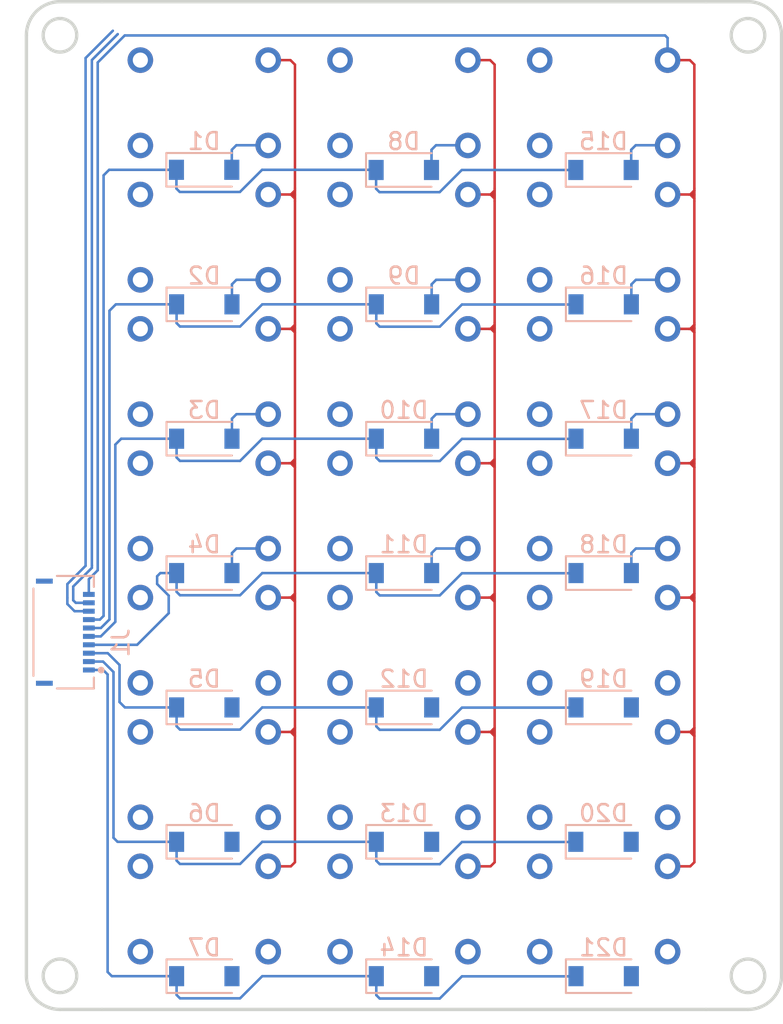
<source format=kicad_pcb>
(kicad_pcb (version 20211014) (generator pcbnew)
  (layers (0 "F.Cu" signal) (31 "B.Cu" signal) (34 "B.Paste" user) (35 "F.Paste" user) (36 "B.SilkS" user "B.Silkscreen") (37 "F.SilkS" user "F.Silkscreen") (38 "B.Mask" user) (39 "F.Mask" user) (44 "Edge.Cuts" user))
  (net 0 "")
  (net 1 "/Row6")
  (net 2 "Net-(D6-Pad2)")
  (net 3 "/Row1")
  (net 4 "Net-(D1-Pad2)")
  (net 5 "/Row2")
  (net 6 "Net-(D2-Pad2)")
  (net 7 "/Row3")
  (net 8 "Net-(D3-Pad2)")
  (net 9 "/Row4")
  (net 10 "Net-(D4-Pad2)")
  (net 11 "/Row5")
  (net 12 "Net-(D5-Pad2)")
  (net 13 "/Row7")
  (net 14 "Net-(D7-Pad2)")
  (net 15 "Net-(D8-Pad2)")
  (net 16 "Net-(D9-Pad2)")
  (net 17 "Net-(D10-Pad2)")
  (net 18 "Net-(D11-Pad2)")
  (net 19 "Net-(D12-Pad2)")
  (net 20 "Net-(D13-Pad2)")
  (net 21 "Net-(D14-Pad2)")
  (net 22 "Net-(D15-Pad2)")
  (net 23 "Net-(D17-Pad2)")
  (net 24 "Net-(D16-Pad2)")
  (net 25 "Net-(D18-Pad2)")
  (net 26 "Net-(D19-Pad2)")
  (net 27 "Net-(D20-Pad2)")
  (net 28 "Net-(D21-Pad2)")
  (net 29 "/Col13")
  (net 30 "/Col15")
  (net 31 "/Col14")
  (net 32 "Net-(J1-PadS1)")
  (footprint "KSA_Switch:KSA1M331LFT" (layer "F.Cu") (at 154.7 88 90)
    (fp_text reference "SW10" hide)
    (fp_text value "SW_SPST")
    (pad "1" thru_hole circle (at -2.54 -3.81 90) (size 1.524 1.524) (drill 0.9) (layers *.Cu *.Mask) (net 17 "Net-(D10-Pad2)"))
    (pad "1" thru_hole circle (at -2.54 3.81 90) (size 1.524 1.524) (drill 0.9) (layers *.Cu *.Mask) (net 17 "Net-(D10-Pad2)"))
    (pad "2" thru_hole circle (at 2.54 3.81 90) (size 1.524 1.524) (drill 0.9) (layers *.Cu *.Mask) (net 31 "/Col14"))
    (pad "2" thru_hole circle (at 2.54 -3.81 90) (size 1.524 1.524) (drill 0.9) (layers *.Cu *.Mask) (net 31 "/Col14"))
  )
  (footprint "KSA_Switch:KSA1M331LFT" (layer "F.Cu") (at 142.8 80 90)
    (fp_text reference "SW2" hide)
    (fp_text value "SW_SPST")
    (pad "1" thru_hole circle (at -2.54 3.81 90) (size 1.524 1.524) (drill 0.9) (layers *.Cu *.Mask) (net 6 "Net-(D2-Pad2)"))
    (pad "1" thru_hole circle (at -2.54 -3.81 90) (size 1.524 1.524) (drill 0.9) (layers *.Cu *.Mask) (net 6 "Net-(D2-Pad2)"))
    (pad "2" thru_hole circle (at 2.54 3.81 90) (size 1.524 1.524) (drill 0.9) (layers *.Cu *.Mask) (net 29 "/Col13"))
    (pad "2" thru_hole circle (at 2.54 -3.81 90) (size 1.524 1.524) (drill 0.9) (layers *.Cu *.Mask) (net 29 "/Col13"))
  )
  (footprint "KSA_Switch:KSA1M331LFT" (layer "F.Cu") (at 154.7 72 90)
    (fp_text reference "SW8" hide)
    (fp_text value "SW_SPST")
    (pad "1" thru_hole circle (at -2.54 3.81 90) (size 1.524 1.524) (drill 0.9) (layers *.Cu *.Mask) (net 15 "Net-(D8-Pad2)"))
    (pad "1" thru_hole circle (at -2.54 -3.81 90) (size 1.524 1.524) (drill 0.9) (layers *.Cu *.Mask) (net 15 "Net-(D8-Pad2)"))
    (pad "2" thru_hole circle (at 2.54 3.81 90) (size 1.524 1.524) (drill 0.9) (layers *.Cu *.Mask) (net 31 "/Col14"))
    (pad "2" thru_hole circle (at 2.54 -3.81 90) (size 1.524 1.524) (drill 0.9) (layers *.Cu *.Mask) (net 31 "/Col14"))
  )
  (footprint "KSA_Switch:KSA1M331LFT" (layer "F.Cu") (at 142.8 96 90)
    (fp_text reference "SW4" hide)
    (fp_text value "SW_SPST")
    (pad "1" thru_hole circle (at -2.54 -3.81 90) (size 1.524 1.524) (drill 0.9) (layers *.Cu *.Mask) (net 10 "Net-(D4-Pad2)"))
    (pad "1" thru_hole circle (at -2.54 3.81 90) (size 1.524 1.524) (drill 0.9) (layers *.Cu *.Mask) (net 10 "Net-(D4-Pad2)"))
    (pad "2" thru_hole circle (at 2.54 -3.81 90) (size 1.524 1.524) (drill 0.9) (layers *.Cu *.Mask) (net 29 "/Col13"))
    (pad "2" thru_hole circle (at 2.54 3.81 90) (size 1.524 1.524) (drill 0.9) (layers *.Cu *.Mask) (net 29 "/Col13"))
  )
  (footprint "KSA_Switch:KSA1M331LFT" (layer "F.Cu") (at 142.8 104 90)
    (fp_text reference "SW5" hide)
    (fp_text value "SW_SPST")
    (pad "1" thru_hole circle (at -2.54 3.81 90) (size 1.524 1.524) (drill 0.9) (layers *.Cu *.Mask) (net 12 "Net-(D5-Pad2)"))
    (pad "1" thru_hole circle (at -2.54 -3.81 90) (size 1.524 1.524) (drill 0.9) (layers *.Cu *.Mask) (net 12 "Net-(D5-Pad2)"))
    (pad "2" thru_hole circle (at 2.54 -3.81 90) (size 1.524 1.524) (drill 0.9) (layers *.Cu *.Mask) (net 29 "/Col13"))
    (pad "2" thru_hole circle (at 2.54 3.81 90) (size 1.524 1.524) (drill 0.9) (layers *.Cu *.Mask) (net 29 "/Col13"))
  )
  (footprint "KSA_Switch:KSA1M331LFT" (layer "F.Cu") (at 142.8 72 90)
    (fp_text reference "SW1" hide)
    (fp_text value "SW_SPST")
    (pad "1" thru_hole circle (at -2.54 3.81 90) (size 1.524 1.524) (drill 0.9) (layers *.Cu *.Mask) (net 4 "Net-(D1-Pad2)"))
    (pad "1" thru_hole circle (at -2.54 -3.81 90) (size 1.524 1.524) (drill 0.9) (layers *.Cu *.Mask) (net 4 "Net-(D1-Pad2)"))
    (pad "2" thru_hole circle (at 2.54 3.81 90) (size 1.524 1.524) (drill 0.9) (layers *.Cu *.Mask) (net 29 "/Col13"))
    (pad "2" thru_hole circle (at 2.54 -3.81 90) (size 1.524 1.524) (drill 0.9) (layers *.Cu *.Mask) (net 29 "/Col13"))
  )
  (footprint "KSA_Switch:KSA1M331LFT" (layer "F.Cu") (at 154.7 112 90)
    (fp_text reference "SW13" hide)
    (fp_text value "SW_SPST")
    (pad "1" thru_hole circle (at -2.54 -3.81 90) (size 1.524 1.524) (drill 0.9) (layers *.Cu *.Mask) (net 20 "Net-(D13-Pad2)"))
    (pad "1" thru_hole circle (at -2.54 3.81 90) (size 1.524 1.524) (drill 0.9) (layers *.Cu *.Mask) (net 20 "Net-(D13-Pad2)"))
    (pad "2" thru_hole circle (at 2.54 -3.81 90) (size 1.524 1.524) (drill 0.9) (layers *.Cu *.Mask) (net 31 "/Col14"))
    (pad "2" thru_hole circle (at 2.54 3.81 90) (size 1.524 1.524) (drill 0.9) (layers *.Cu *.Mask) (net 31 "/Col14"))
  )
  (footprint "KSA_Switch:KSA1M331LFT" (layer "F.Cu") (at 166.6 112 90)
    (fp_text reference "SW20" hide)
    (fp_text value "SW_SPST")
    (pad "1" thru_hole circle (at -2.54 -3.81 90) (size 1.524 1.524) (drill 0.9) (layers *.Cu *.Mask) (net 27 "Net-(D20-Pad2)"))
    (pad "1" thru_hole circle (at -2.54 3.81 90) (size 1.524 1.524) (drill 0.9) (layers *.Cu *.Mask) (net 27 "Net-(D20-Pad2)"))
    (pad "2" thru_hole circle (at 2.54 3.81 90) (size 1.524 1.524) (drill 0.9) (layers *.Cu *.Mask) (net 30 "/Col15"))
    (pad "2" thru_hole circle (at 2.54 -3.81 90) (size 1.524 1.524) (drill 0.9) (layers *.Cu *.Mask) (net 30 "/Col15"))
  )
  (footprint "KSA_Switch:KSA1M331LFT" (layer "F.Cu") (at 166.6 96 90)
    (fp_text reference "SW18" hide)
    (fp_text value "SW_SPST")
    (pad "1" thru_hole circle (at -2.54 -3.81 90) (size 1.524 1.524) (drill 0.9) (layers *.Cu *.Mask) (net 25 "Net-(D18-Pad2)"))
    (pad "1" thru_hole circle (at -2.54 3.81 90) (size 1.524 1.524) (drill 0.9) (layers *.Cu *.Mask) (net 25 "Net-(D18-Pad2)"))
    (pad "2" thru_hole circle (at 2.54 3.81 90) (size 1.524 1.524) (drill 0.9) (layers *.Cu *.Mask) (net 30 "/Col15"))
    (pad "2" thru_hole circle (at 2.54 -3.81 90) (size 1.524 1.524) (drill 0.9) (layers *.Cu *.Mask) (net 30 "/Col15"))
  )
  (footprint "KSA_Switch:KSA1M331LFT" (layer "F.Cu") (at 166.6 72 90)
    (fp_text reference "SW15" hide)
    (fp_text value "SW_SPST")
    (pad "1" thru_hole circle (at -2.54 3.81 90) (size 1.524 1.524) (drill 0.9) (layers *.Cu *.Mask) (net 22 "Net-(D15-Pad2)"))
    (pad "1" thru_hole circle (at -2.54 -3.81 90) (size 1.524 1.524) (drill 0.9) (layers *.Cu *.Mask) (net 22 "Net-(D15-Pad2)"))
    (pad "2" thru_hole circle (at 2.54 -3.81 90) (size 1.524 1.524) (drill 0.9) (layers *.Cu *.Mask) (net 30 "/Col15"))
    (pad "2" thru_hole circle (at 2.54 3.81 90) (size 1.524 1.524) (drill 0.9) (layers *.Cu *.Mask) (net 30 "/Col15"))
  )
  (footprint "KSA_Switch:KSA1M331LFT" (layer "F.Cu") (at 154.7 104 90)
    (fp_text reference "SW12" hide)
    (fp_text value "SW_SPST")
    (pad "1" thru_hole circle (at -2.54 3.81 90) (size 1.524 1.524) (drill 0.9) (layers *.Cu *.Mask) (net 19 "Net-(D12-Pad2)"))
    (pad "1" thru_hole circle (at -2.54 -3.81 90) (size 1.524 1.524) (drill 0.9) (layers *.Cu *.Mask) (net 19 "Net-(D12-Pad2)"))
    (pad "2" thru_hole circle (at 2.54 -3.81 90) (size 1.524 1.524) (drill 0.9) (layers *.Cu *.Mask) (net 31 "/Col14"))
    (pad "2" thru_hole circle (at 2.54 3.81 90) (size 1.524 1.524) (drill 0.9) (layers *.Cu *.Mask) (net 31 "/Col14"))
  )
  (footprint "KSA_Switch:KSA1M331LFT" (layer "F.Cu") (at 154.7 96 90)
    (fp_text reference "SW11" hide)
    (fp_text value "SW_SPST")
    (pad "1" thru_hole circle (at -2.54 3.81 90) (size 1.524 1.524) (drill 0.9) (layers *.Cu *.Mask) (net 18 "Net-(D11-Pad2)"))
    (pad "1" thru_hole circle (at -2.54 -3.81 90) (size 1.524 1.524) (drill 0.9) (layers *.Cu *.Mask) (net 18 "Net-(D11-Pad2)"))
    (pad "2" thru_hole circle (at 2.54 3.81 90) (size 1.524 1.524) (drill 0.9) (layers *.Cu *.Mask) (net 31 "/Col14"))
    (pad "2" thru_hole circle (at 2.54 -3.81 90) (size 1.524 1.524) (drill 0.9) (layers *.Cu *.Mask) (net 31 "/Col14"))
  )
  (footprint "KSA_Switch:KSA1M331LFT" (layer "F.Cu") (at 166.6 104 90)
    (fp_text reference "SW19" hide)
    (fp_text value "SW_SPST")
    (pad "1" thru_hole circle (at -2.54 3.81 90) (size 1.524 1.524) (drill 0.9) (layers *.Cu *.Mask) (net 26 "Net-(D19-Pad2)"))
    (pad "1" thru_hole circle (at -2.54 -3.81 90) (size 1.524 1.524) (drill 0.9) (layers *.Cu *.Mask) (net 26 "Net-(D19-Pad2)"))
    (pad "2" thru_hole circle (at 2.54 -3.81 90) (size 1.524 1.524) (drill 0.9) (layers *.Cu *.Mask) (net 30 "/Col15"))
    (pad "2" thru_hole circle (at 2.54 3.81 90) (size 1.524 1.524) (drill 0.9) (layers *.Cu *.Mask) (net 30 "/Col15"))
  )
  (footprint "KSA_Switch:KSA1M331LFT" (layer "F.Cu") (at 142.8 112 90)
    (fp_text reference "SW6" hide)
    (fp_text value "SW_SPST")
    (pad "1" thru_hole circle (at -2.54 -3.81 90) (size 1.524 1.524) (drill 0.9) (layers *.Cu *.Mask) (net 2 "Net-(D6-Pad2)"))
    (pad "1" thru_hole circle (at -2.54 3.81 90) (size 1.524 1.524) (drill 0.9) (layers *.Cu *.Mask) (net 2 "Net-(D6-Pad2)"))
    (pad "2" thru_hole circle (at 2.54 3.81 90) (size 1.524 1.524) (drill 0.9) (layers *.Cu *.Mask) (net 29 "/Col13"))
    (pad "2" thru_hole circle (at 2.54 -3.81 90) (size 1.524 1.524) (drill 0.9) (layers *.Cu *.Mask) (net 29 "/Col13"))
  )
  (footprint "KSA_Switch:KSA1M331LFT" (layer "F.Cu") (at 142.8 88 90)
    (fp_text reference "SW3" hide)
    (fp_text value "SW_SPST")
    (pad "1" thru_hole circle (at -2.54 3.81 90) (size 1.524 1.524) (drill 0.9) (layers *.Cu *.Mask) (net 8 "Net-(D3-Pad2)"))
    (pad "1" thru_hole circle (at -2.54 -3.81 90) (size 1.524 1.524) (drill 0.9) (layers *.Cu *.Mask) (net 8 "Net-(D3-Pad2)"))
    (pad "2" thru_hole circle (at 2.54 -3.81 90) (size 1.524 1.524) (drill 0.9) (layers *.Cu *.Mask) (net 29 "/Col13"))
    (pad "2" thru_hole circle (at 2.54 3.81 90) (size 1.524 1.524) (drill 0.9) (layers *.Cu *.Mask) (net 29 "/Col13"))
  )
  (footprint "KSA_Switch:KSA1M331LFT" (layer "F.Cu") (at 154.7 80 90)
    (fp_text reference "SW9" hide)
    (fp_text value "SW_SPST")
    (pad "1" thru_hole circle (at -2.54 -3.81 90) (size 1.524 1.524) (drill 0.9) (layers *.Cu *.Mask) (net 16 "Net-(D9-Pad2)"))
    (pad "1" thru_hole circle (at -2.54 3.81 90) (size 1.524 1.524) (drill 0.9) (layers *.Cu *.Mask) (net 16 "Net-(D9-Pad2)"))
    (pad "2" thru_hole circle (at 2.54 -3.81 90) (size 1.524 1.524) (drill 0.9) (layers *.Cu *.Mask) (net 31 "/Col14"))
    (pad "2" thru_hole circle (at 2.54 3.81 90) (size 1.524 1.524) (drill 0.9) (layers *.Cu *.Mask) (net 31 "/Col14"))
  )
  (footprint "KSA_Switch:KSA1M331LFT" (layer "F.Cu") (at 166.6 80 90)
    (fp_text reference "SW16" hide)
    (fp_text value "SW_SPST")
    (pad "1" thru_hole circle (at -2.54 -3.81 90) (size 1.524 1.524) (drill 0.9) (layers *.Cu *.Mask) (net 24 "Net-(D16-Pad2)"))
    (pad "1" thru_hole circle (at -2.54 3.81 90) (size 1.524 1.524) (drill 0.9) (layers *.Cu *.Mask) (net 24 "Net-(D16-Pad2)"))
    (pad "2" thru_hole circle (at 2.54 3.81 90) (size 1.524 1.524) (drill 0.9) (layers *.Cu *.Mask) (net 30 "/Col15"))
    (pad "2" thru_hole circle (at 2.54 -3.81 90) (size 1.524 1.524) (drill 0.9) (layers *.Cu *.Mask) (net 30 "/Col15"))
  )
  (footprint "KSA_Switch:KSA1M331LFT" (layer "F.Cu") (at 154.7 120 90)
    (fp_text reference "SW14" hide)
    (fp_text value "SW_SPST")
    (pad "1" thru_hole circle (at -2.54 -3.81 90) (size 1.524 1.524) (drill 0.9) (layers *.Cu *.Mask) (net 21 "Net-(D14-Pad2)"))
    (pad "1" thru_hole circle (at -2.54 3.81 90) (size 1.524 1.524) (drill 0.9) (layers *.Cu *.Mask) (net 21 "Net-(D14-Pad2)"))
    (pad "2" thru_hole circle (at 2.54 3.81 90) (size 1.524 1.524) (drill 0.9) (layers *.Cu *.Mask) (net 31 "/Col14"))
    (pad "2" thru_hole circle (at 2.54 -3.81 90) (size 1.524 1.524) (drill 0.9) (layers *.Cu *.Mask) (net 31 "/Col14"))
  )
  (footprint "KSA_Switch:KSA1M331LFT" (layer "F.Cu") (at 166.6 120 90)
    (fp_text reference "SW21" hide)
    (fp_text value "SW_SPST")
    (pad "1" thru_hole circle (at -2.54 3.81 90) (size 1.524 1.524) (drill 0.9) (layers *.Cu *.Mask) (net 28 "Net-(D21-Pad2)"))
    (pad "1" thru_hole circle (at -2.54 -3.81 90) (size 1.524 1.524) (drill 0.9) (layers *.Cu *.Mask) (net 28 "Net-(D21-Pad2)"))
    (pad "2" thru_hole circle (at 2.54 -3.81 90) (size 1.524 1.524) (drill 0.9) (layers *.Cu *.Mask) (net 30 "/Col15"))
    (pad "2" thru_hole circle (at 2.54 3.81 90) (size 1.524 1.524) (drill 0.9) (layers *.Cu *.Mask) (net 30 "/Col15"))
  )
  (footprint "KSA_Switch:KSA1M331LFT" (layer "F.Cu") (at 142.8 120 90)
    (fp_text reference "SW7" hide)
    (fp_text value "SW_SPST")
    (pad "1" thru_hole circle (at -2.54 3.81 90) (size 1.524 1.524) (drill 0.9) (layers *.Cu *.Mask) (net 14 "Net-(D7-Pad2)"))
    (pad "1" thru_hole circle (at -2.54 -3.81 90) (size 1.524 1.524) (drill 0.9) (layers *.Cu *.Mask) (net 14 "Net-(D7-Pad2)"))
    (pad "2" thru_hole circle (at 2.54 -3.81 90) (size 1.524 1.524) (drill 0.9) (layers *.Cu *.Mask) (net 29 "/Col13"))
    (pad "2" thru_hole circle (at 2.54 3.81 90) (size 1.524 1.524) (drill 0.9) (layers *.Cu *.Mask) (net 29 "/Col13"))
  )
  (footprint "KSA_Switch:KSA1M331LFT" (layer "F.Cu") (at 166.6 88 90)
    (fp_text reference "SW17" hide)
    (fp_text value "SW_SPST")
    (pad "1" thru_hole circle (at -2.54 3.81 90) (size 1.524 1.524) (drill 0.9) (layers *.Cu *.Mask) (net 23 "Net-(D17-Pad2)"))
    (pad "1" thru_hole circle (at -2.54 -3.81 90) (size 1.524 1.524) (drill 0.9) (layers *.Cu *.Mask) (net 23 "Net-(D17-Pad2)"))
    (pad "2" thru_hole circle (at 2.54 -3.81 90) (size 1.524 1.524) (drill 0.9) (layers *.Cu *.Mask) (net 30 "/Col15"))
    (pad "2" thru_hole circle (at 2.54 3.81 90) (size 1.524 1.524) (drill 0.9) (layers *.Cu *.Mask) (net 30 "/Col15"))
  )
  (footprint "Diode_SMD:D_SOD-123" (layer "B.Cu") (at 154.7 124)
    (fp_text reference "D14" (at 0 -1.7) (layer "B.SilkS") (effects (justify mirror)))
    (fp_text value "D_Small")
    (pad "1" smd rect (at -1.65 0) (size 0.9 1.2) (layers "B.Cu" "B.Paste" "B.Mask") (net 13 "/Row7"))
    (pad "2" smd rect (at 1.65 0) (size 0.9 1.2) (layers "B.Cu" "B.Paste" "B.Mask") (net 21 "Net-(D14-Pad2)"))
  )
  (footprint "Diode_SMD:D_SOD-123" (layer "B.Cu") (at 142.8 108)
    (fp_text reference "D5" (at 0 -1.7) (layer "B.SilkS") (effects (justify mirror)))
    (fp_text value "D_Small")
    (pad "1" smd rect (at -1.65 0) (size 0.9 1.2) (layers "B.Cu" "B.Paste" "B.Mask") (net 11 "/Row5"))
    (pad "2" smd rect (at 1.65 0) (size 0.9 1.2) (layers "B.Cu" "B.Paste" "B.Mask") (net 12 "Net-(D5-Pad2)"))
  )
  (footprint "Diode_SMD:D_SOD-123" (layer "B.Cu") (at 154.7 84)
    (fp_text reference "D9" (at 0 -1.7) (layer "B.SilkS") (effects (justify mirror)))
    (fp_text value "D_Small")
    (pad "1" smd rect (at -1.65 0) (size 0.9 1.2) (layers "B.Cu" "B.Paste" "B.Mask") (net 5 "/Row2"))
    (pad "2" smd rect (at 1.65 0) (size 0.9 1.2) (layers "B.Cu" "B.Paste" "B.Mask") (net 16 "Net-(D9-Pad2)"))
  )
  (footprint "Diode_SMD:D_SOD-123" (layer "B.Cu") (at 142.8 92)
    (fp_text reference "D3" (at 0 -1.7) (layer "B.SilkS") (effects (justify mirror)))
    (fp_text value "D_Small")
    (pad "1" smd rect (at -1.65 0) (size 0.9 1.2) (layers "B.Cu" "B.Paste" "B.Mask") (net 7 "/Row3"))
    (pad "2" smd rect (at 1.65 0) (size 0.9 1.2) (layers "B.Cu" "B.Paste" "B.Mask") (net 8 "Net-(D3-Pad2)"))
  )
  (footprint "Diode_SMD:D_SOD-123" (layer "B.Cu") (at 154.7 92)
    (fp_text reference "D10" (at 0 -1.7) (layer "B.SilkS") (effects (justify mirror)))
    (fp_text value "D_Small")
    (pad "1" smd rect (at -1.65 0) (size 0.9 1.2) (layers "B.Cu" "B.Paste" "B.Mask") (net 7 "/Row3"))
    (pad "2" smd rect (at 1.65 0) (size 0.9 1.2) (layers "B.Cu" "B.Paste" "B.Mask") (net 17 "Net-(D10-Pad2)"))
  )
  (footprint "Diode_SMD:D_SOD-123" (layer "B.Cu") (at 154.7 108)
    (fp_text reference "D12" (at 0 -1.7) (layer "B.SilkS") (effects (justify mirror)))
    (fp_text value "D_Small")
    (pad "1" smd rect (at -1.65 0) (size 0.9 1.2) (layers "B.Cu" "B.Paste" "B.Mask") (net 11 "/Row5"))
    (pad "2" smd rect (at 1.65 0) (size 0.9 1.2) (layers "B.Cu" "B.Paste" "B.Mask") (net 19 "Net-(D12-Pad2)"))
  )
  (footprint "Diode_SMD:D_SOD-123" (layer "B.Cu") (at 166.6 92)
    (fp_text reference "D17" (at 0 -1.7) (layer "B.SilkS") (effects (justify mirror)))
    (fp_text value "D_Small")
    (pad "1" smd rect (at -1.65 0) (size 0.9 1.2) (layers "B.Cu" "B.Paste" "B.Mask") (net 7 "/Row3"))
    (pad "2" smd rect (at 1.65 0) (size 0.9 1.2) (layers "B.Cu" "B.Paste" "B.Mask") (net 23 "Net-(D17-Pad2)"))
  )
  (footprint "Diode_SMD:D_SOD-123" (layer "B.Cu") (at 166.6 108)
    (fp_text reference "D19" (at 0 -1.7) (layer "B.SilkS") (effects (justify mirror)))
    (fp_text value "D_Small")
    (pad "1" smd rect (at -1.65 0) (size 0.9 1.2) (layers "B.Cu" "B.Paste" "B.Mask") (net 11 "/Row5"))
    (pad "2" smd rect (at 1.65 0) (size 0.9 1.2) (layers "B.Cu" "B.Paste" "B.Mask") (net 26 "Net-(D19-Pad2)"))
  )
  (footprint "Diode_SMD:D_SOD-123" (layer "B.Cu") (at 154.7 116)
    (fp_text reference "D13" (at 0 -1.7) (layer "B.SilkS") (effects (justify mirror)))
    (fp_text value "D_Small")
    (pad "1" smd rect (at -1.65 0) (size 0.9 1.2) (layers "B.Cu" "B.Paste" "B.Mask") (net 1 "/Row6"))
    (pad "2" smd rect (at 1.65 0) (size 0.9 1.2) (layers "B.Cu" "B.Paste" "B.Mask") (net 20 "Net-(D13-Pad2)"))
  )
  (footprint "Diode_SMD:D_SOD-123" (layer "B.Cu") (at 166.6 124)
    (fp_text reference "D21" (at 0 -1.7) (layer "B.SilkS") (effects (justify mirror)))
    (fp_text value "D_Small")
    (pad "1" smd rect (at -1.65 0) (size 0.9 1.2) (layers "B.Cu" "B.Paste" "B.Mask") (net 13 "/Row7"))
    (pad "2" smd rect (at 1.65 0) (size 0.9 1.2) (layers "B.Cu" "B.Paste" "B.Mask") (net 28 "Net-(D21-Pad2)"))
  )
  (footprint "Diode_SMD:D_SOD-123" (layer "B.Cu") (at 142.8 116)
    (fp_text reference "D6" (at 0 -1.7) (layer "B.SilkS") (effects (justify mirror)))
    (fp_text value "D_Small")
    (pad "1" smd rect (at -1.65 0) (size 0.9 1.2) (layers "B.Cu" "B.Paste" "B.Mask") (net 1 "/Row6"))
    (pad "2" smd rect (at 1.65 0) (size 0.9 1.2) (layers "B.Cu" "B.Paste" "B.Mask") (net 2 "Net-(D6-Pad2)"))
  )
  (footprint "Diode_SMD:D_SOD-123" (layer "B.Cu") (at 166.6 100)
    (fp_text reference "D18" (at 0 -1.7) (layer "B.SilkS") (effects (justify mirror)))
    (fp_text value "D_Small")
    (pad "1" smd rect (at -1.65 0) (size 0.9 1.2) (layers "B.Cu" "B.Paste" "B.Mask") (net 9 "/Row4"))
    (pad "2" smd rect (at 1.65 0) (size 0.9 1.2) (layers "B.Cu" "B.Paste" "B.Mask") (net 25 "Net-(D18-Pad2)"))
  )
  (footprint "Diode_SMD:D_SOD-123" (layer "B.Cu") (at 142.79 75.99)
    (fp_text reference "D1" (at 0 -1.7) (layer "B.SilkS") (effects (justify mirror)))
    (fp_text value "D_Small")
    (pad "1" smd rect (at -1.65 0) (size 0.9 1.2) (layers "B.Cu" "B.Paste" "B.Mask") (net 3 "/Row1"))
    (pad "2" smd rect (at 1.65 0) (size 0.9 1.2) (layers "B.Cu" "B.Paste" "B.Mask") (net 4 "Net-(D1-Pad2)"))
  )
  (footprint "Diode_SMD:D_SOD-123" (layer "B.Cu") (at 154.7 100)
    (fp_text reference "D11" (at 0 -1.7) (layer "B.SilkS") (effects (justify mirror)))
    (fp_text value "D_Small")
    (pad "1" smd rect (at -1.65 0) (size 0.9 1.2) (layers "B.Cu" "B.Paste" "B.Mask") (net 9 "/Row4"))
    (pad "2" smd rect (at 1.65 0) (size 0.9 1.2) (layers "B.Cu" "B.Paste" "B.Mask") (net 18 "Net-(D11-Pad2)"))
  )
  (footprint "Diode_SMD:D_SOD-123" (layer "B.Cu") (at 142.8 100)
    (fp_text reference "D4" (at 0 -1.7) (layer "B.SilkS") (effects (justify mirror)))
    (fp_text value "D_Small")
    (pad "1" smd rect (at -1.65 0) (size 0.9 1.2) (layers "B.Cu" "B.Paste" "B.Mask") (net 9 "/Row4"))
    (pad "2" smd rect (at 1.65 0) (size 0.9 1.2) (layers "B.Cu" "B.Paste" "B.Mask") (net 10 "Net-(D4-Pad2)"))
  )
  (footprint "Diode_SMD:D_SOD-123" (layer "B.Cu") (at 142.8 124)
    (fp_text reference "D7" (at 0 -1.7) (layer "B.SilkS") (effects (justify mirror)))
    (fp_text value "D_Small")
    (pad "1" smd rect (at -1.65 0) (size 0.9 1.2) (layers "B.Cu" "B.Paste" "B.Mask") (net 13 "/Row7"))
    (pad "2" smd rect (at 1.65 0) (size 0.9 1.2) (layers "B.Cu" "B.Paste" "B.Mask") (net 14 "Net-(D7-Pad2)"))
  )
  (footprint "Diode_SMD:D_SOD-123" (layer "B.Cu") (at 166.6 84)
    (fp_text reference "D16" (at 0 -1.7) (layer "B.SilkS") (effects (justify mirror)))
    (fp_text value "D_Small")
    (pad "1" smd rect (at -1.65 0) (size 0.9 1.2) (layers "B.Cu" "B.Paste" "B.Mask") (net 5 "/Row2"))
    (pad "2" smd rect (at 1.65 0) (size 0.9 1.2) (layers "B.Cu" "B.Paste" "B.Mask") (net 24 "Net-(D16-Pad2)"))
  )
  (footprint "Diode_SMD:D_SOD-123" (layer "B.Cu") (at 154.69 76)
    (fp_text reference "D8" (at 0 -1.7) (layer "B.SilkS") (effects (justify mirror)))
    (fp_text value "D_Small")
    (pad "1" smd rect (at -1.65 0) (size 0.9 1.2) (layers "B.Cu" "B.Paste" "B.Mask") (net 3 "/Row1"))
    (pad "2" smd rect (at 1.65 0) (size 0.9 1.2) (layers "B.Cu" "B.Paste" "B.Mask") (net 15 "Net-(D8-Pad2)"))
  )
  (footprint "Diode_SMD:D_SOD-123" (layer "B.Cu") (at 166.59 116)
    (fp_text reference "D20" (at 0 -1.7) (layer "B.SilkS") (effects (justify mirror)))
    (fp_text value "D_Small")
    (pad "1" smd rect (at -1.65 0) (size 0.9 1.2) (layers "B.Cu" "B.Paste" "B.Mask") (net 1 "/Row6"))
    (pad "2" smd rect (at 1.65 0) (size 0.9 1.2) (layers "B.Cu" "B.Paste" "B.Mask") (net 27 "Net-(D20-Pad2)"))
  )
  (footprint "Diode_SMD:D_SOD-123" (layer "B.Cu") (at 142.8 84)
    (fp_text reference "D2" (at 0 -1.7) (layer "B.SilkS") (effects (justify mirror)))
    (fp_text value "D_Small")
    (pad "1" smd rect (at -1.65 0) (size 0.9 1.2) (layers "B.Cu" "B.Paste" "B.Mask") (net 5 "/Row2"))
    (pad "2" smd rect (at 1.65 0) (size 0.9 1.2) (layers "B.Cu" "B.Paste" "B.Mask") (net 6 "Net-(D2-Pad2)"))
  )
  (footprint "5034801000:MOLEX_5034801000" (layer "B.Cu") (at 135.92 103.52 90)
    (fp_text reference "J1" (at -0.635 1.905 90) (layer "B.SilkS") (effects (justify mirror)))
    (fp_text value "5034801000")
    (pad "1" smd rect locked (at -2.25 0 90) (size 0.3 0.7) (layers "B.Cu" "B.Paste" "B.Mask") (net 13 "/Row7"))
    (pad "2" smd rect locked (at -1.75 0 90) (size 0.3 0.7) (layers "B.Cu" "B.Paste" "B.Mask") (net 1 "/Row6"))
    (pad "3" smd rect locked (at -1.25 0 90) (size 0.3 0.7) (layers "B.Cu" "B.Paste" "B.Mask") (net 11 "/Row5"))
    (pad "4" smd rect locked (at -0.75 0 90) (size 0.3 0.7) (layers "B.Cu" "B.Paste" "B.Mask") (net 9 "/Row4"))
    (pad "5" smd rect locked (at -0.25 0 90) (size 0.3 0.7) (layers "B.Cu" "B.Paste" "B.Mask") (net 7 "/Row3"))
    (pad "6" smd rect locked (at 0.25 0 90) (size 0.3 0.7) (layers "B.Cu" "B.Paste" "B.Mask") (net 5 "/Row2"))
    (pad "7" smd rect locked (at 0.75 0 90) (size 0.3 0.7) (layers "B.Cu" "B.Paste" "B.Mask") (net 3 "/Row1"))
    (pad "8" smd rect locked (at 1.25 0 90) (size 0.3 0.7) (layers "B.Cu" "B.Paste" "B.Mask") (net 29 "/Col13"))
    (pad "9" smd rect locked (at 1.75 0 90) (size 0.3 0.7) (layers "B.Cu" "B.Paste" "B.Mask") (net 31 "/Col14"))
    (pad "10" smd rect locked (at 2.25 0 90) (size 0.3 0.7) (layers "B.Cu" "B.Paste" "B.Mask") (net 30 "/Col15"))
    (pad "S1" smd rect locked (at -3.04 -2.65 90) (size 0.3 1) (layers "B.Cu" "B.Paste" "B.Mask") (net 32 "Net-(J1-PadS1)"))
    (pad "S2" smd rect locked (at 3.04 -2.65 90) (size 0.3 1) (layers "B.Cu" "B.Paste" "B.Mask") (net 32 "Net-(J1-PadS1)"))
  )
  (footprint "Diode_SMD:D_SOD-123" (layer "B.Cu") (at 166.59 76)
    (fp_text reference "D15" (at 0 -1.7) (layer "B.SilkS") (effects (justify mirror)))
    (fp_text value "D_Small")
    (pad "1" smd rect (at -1.65 0) (size 0.9 1.2) (layers "B.Cu" "B.Paste" "B.Mask") (net 3 "/Row1"))
    (pad "2" smd rect (at 1.65 0) (size 0.9 1.2) (layers "B.Cu" "B.Paste" "B.Mask") (net 22 "Net-(D15-Pad2)"))
  )
  (gr_line (start 136.7 125.98) (end 134.2 125.98) (layer "Edge.Cuts") (width 0.2))
  (gr_line (start 136.7 125.98) (end 172.7 125.98) (layer "Edge.Cuts") (width 0.2))
  (gr_line (start 132.2 123.98) (end 132.2 67.98) (layer "Edge.Cuts") (width 0.2))
  (gr_line (start 172.7 125.98) (end 175.2 125.98) (layer "Edge.Cuts") (width 0.2))
  (gr_circle (center 175.2 67.98) (end 176.2 67.98) (layer "Edge.Cuts") (width 0.2) (fill none))
  (gr_arc (start 132.2 67.98) (mid 132.7858 66.565818) (end 134.2 65.98) (layer "Edge.Cuts") (width 0.2))
  (gr_arc (start 177.2 123.98) (mid 176.614227 125.394245) (end 175.2 125.98) (layer "Edge.Cuts") (width 0.2))
  (gr_line (start 172.7 65.98) (end 175.2 65.98) (layer "Edge.Cuts") (width 0.2))
  (gr_circle (center 175.2 123.98) (end 176.2 123.98) (layer "Edge.Cuts") (width 0.2) (fill none))
  (gr_arc (start 175.2 65.98) (mid 176.61421 66.565793) (end 177.2 67.98) (layer "Edge.Cuts") (width 0.2))
  (gr_arc (start 134.2 125.98) (mid 132.785783 125.39422) (end 132.2 123.98) (layer "Edge.Cuts") (width 0.2))
  (gr_line (start 136.7 65.98) (end 134.2 65.98) (layer "Edge.Cuts") (width 0.2))
  (gr_circle (center 134.2 67.98) (end 135.2 67.98) (layer "Edge.Cuts") (width 0.2) (fill none))
  (gr_line (start 177.2 123.98) (end 177.2 67.98) (layer "Edge.Cuts") (width 0.2))
  (gr_circle (center 134.2 123.98) (end 135.2 123.98) (layer "Edge.Cuts") (width 0.2) (fill none))
  (gr_line (start 172.7 65.98) (end 136.7 65.98) (layer "Edge.Cuts") (width 0.2))
  (segment (start 141.3522 117.3208) (end 141.149 117.1176) (width 0.15) (layer "B.Cu") (net 1))
  (segment (start 153.2522 117.3308) (end 153.049 117.1276) (width 0.15) (layer "B.Cu") (net 1))
  (segment (start 144.9336 117.3208) (end 141.3522 117.3208) (width 0.15) (layer "B.Cu") (net 1))
  (segment (start 153.1134 116) (end 146.2544 116) (width 0.15) (layer "B.Cu") (net 1))
  (segment (start 137.63 116) (end 141.15 116) (width 0.15) (layer "B.Cu") (net 1))
  (segment (start 146.2544 116) (end 144.9336 117.3208) (width 0.15) (layer "B.Cu") (net 1))
  (segment (start 165.0134 116.01) (end 158.1544 116.01) (width 0.15) (layer "B.Cu") (net 1))
  (segment (start 158.1544 116.01) (end 156.8336 117.3308) (width 0.15) (layer "B.Cu") (net 1))
  (segment (start 156.8336 117.3308) (end 153.2522 117.3308) (width 0.15) (layer "B.Cu") (net 1))
  (segment (start 153.05 117.1266) (end 153.05 116.01) (width 0.15) (layer "B.Cu") (net 1))
  (segment (start 136.77 105.27) (end 137.39 105.89) (width 0.15) (layer "B.Cu") (net 1))
  (segment (start 137.39 115.76) (end 137.63 116) (width 0.15) (layer "B.Cu") (net 1))
  (segment (start 135.92 105.27) (end 136.77 105.27) (width 0.15) (layer "B.Cu") (net 1))
  (segment (start 137.39 105.89) (end 137.39 115.76) (width 0.15) (layer "B.Cu") (net 1))
  (segment (start 141.15 117.1166) (end 141.15 116) (width 0.15) (layer "B.Cu") (net 1))
  (segment (start 135.92 102.77) (end 136.58 102.77) (width 0.15) (layer "B.Cu") (net 3))
  (segment (start 136.8 76.32) (end 137.13 75.99) (width 0.15) (layer "B.Cu") (net 3))
  (segment (start 158.1444 76) (end 156.8236 77.3208) (width 0.15) (layer "B.Cu") (net 3))
  (segment (start 146.2444 75.99) (end 144.9236 77.3108) (width 0.15) (layer "B.Cu") (net 3))
  (segment (start 137.13 75.99) (end 141.14 75.99) (width 0.15) (layer "B.Cu") (net 3))
  (segment (start 153.1034 75.99) (end 146.2444 75.99) (width 0.15) (layer "B.Cu") (net 3))
  (segment (start 136.58 102.77) (end 136.8 102.55) (width 0.15) (layer "B.Cu") (net 3))
  (segment (start 136.8 102.55) (end 136.8 76.32) (width 0.15) (layer "B.Cu") (net 3))
  (segment (start 141.14 77.1066) (end 141.14 75.99) (width 0.15) (layer "B.Cu") (net 3))
  (segment (start 165.0034 76) (end 158.1444 76) (width 0.15) (layer "B.Cu") (net 3))
  (segment (start 153.04 77.1166) (end 153.04 76) (width 0.15) (layer "B.Cu") (net 3))
  (segment (start 153.2422 77.3208) (end 153.039 77.1176) (width 0.15) (layer "B.Cu") (net 3))
  (segment (start 141.3422 77.3108) (end 141.139 77.1076) (width 0.15) (layer "B.Cu") (net 3))
  (segment (start 156.8236 77.3208) (end 153.2422 77.3208) (width 0.15) (layer "B.Cu") (net 3))
  (segment (start 144.9236 77.3108) (end 141.3422 77.3108) (width 0.15) (layer "B.Cu") (net 3))
  (segment (start 144.709 74.5282) (end 144.44 74.7972) (width 0.15) (layer "B.Cu") (net 4))
  (segment (start 144.44 74.7972) (end 144.44 75.99) (width 0.15) (layer "B.Cu") (net 4))
  (segment (start 146.6824 74.5282) (end 144.709 74.5282) (width 0.15) (layer "B.Cu") (net 4))
  (segment (start 141.15 85.1166) (end 141.15 84) (width 0.15) (layer "B.Cu") (net 5))
  (segment (start 137.149519 102.760481) (end 137.149519 84.380481) (width 0.15) (layer "B.Cu") (net 5))
  (segment (start 153.05 85.1266) (end 153.05 84.01) (width 0.15) (layer "B.Cu") (net 5))
  (segment (start 135.92 103.27) (end 136.64 103.27) (width 0.15) (layer "B.Cu") (net 5))
  (segment (start 144.9336 85.3208) (end 141.3522 85.3208) (width 0.15) (layer "B.Cu") (net 5))
  (segment (start 165.0134 84.01) (end 158.1544 84.01) (width 0.15) (layer "B.Cu") (net 5))
  (segment (start 156.8336 85.3308) (end 153.2522 85.3308) (width 0.15) (layer "B.Cu") (net 5))
  (segment (start 141.3522 85.3208) (end 141.149 85.1176) (width 0.15) (layer "B.Cu") (net 5))
  (segment (start 136.64 103.27) (end 137.149519 102.760481) (width 0.15) (layer "B.Cu") (net 5))
  (segment (start 137.53 84) (end 141.15 84) (width 0.15) (layer "B.Cu") (net 5))
  (segment (start 153.1134 84) (end 146.2544 84) (width 0.15) (layer "B.Cu") (net 5))
  (segment (start 146.2544 84) (end 144.9336 85.3208) (width 0.15) (layer "B.Cu") (net 5))
  (segment (start 137.149519 84.380481) (end 137.53 84) (width 0.15) (layer "B.Cu") (net 5))
  (segment (start 153.2522 85.3308) (end 153.049 85.1276) (width 0.15) (layer "B.Cu") (net 5))
  (segment (start 158.1544 84.01) (end 156.8336 85.3308) (width 0.15) (layer "B.Cu") (net 5))
  (segment (start 144.719 82.5382) (end 144.45 82.8072) (width 0.15) (layer "B.Cu") (net 6))
  (segment (start 144.45 82.8072) (end 144.45 84) (width 0.15) (layer "B.Cu") (net 6))
  (segment (start 146.6924 82.5382) (end 144.719 82.5382) (width 0.15) (layer "B.Cu") (net 6))
  (segment (start 136.634296 103.77) (end 137.499039 102.905256) (width 0.15) (layer "B.Cu") (net 7))
  (segment (start 165.0134 92.01) (end 158.1544 92.01) (width 0.15) (layer "B.Cu") (net 7))
  (segment (start 135.92 103.77) (end 136.634296 103.77) (width 0.15) (layer "B.Cu") (net 7))
  (segment (start 153.05 93.1266) (end 153.05 92.01) (width 0.15) (layer "B.Cu") (net 7))
  (segment (start 146.2544 92) (end 144.9336 93.3208) (width 0.15) (layer "B.Cu") (net 7))
  (segment (start 153.1134 92) (end 146.2544 92) (width 0.15) (layer "B.Cu") (net 7))
  (segment (start 137.499039 102.905256) (end 137.499039 92.350961) (width 0.15) (layer "B.Cu") (net 7))
  (segment (start 156.8336 93.3308) (end 153.2522 93.3308) (width 0.15) (layer "B.Cu") (net 7))
  (segment (start 141.3522 93.3208) (end 141.149 93.1176) (width 0.15) (layer "B.Cu") (net 7))
  (segment (start 144.9336 93.3208) (end 141.3522 93.3208) (width 0.15) (layer "B.Cu") (net 7))
  (segment (start 137.85 92) (end 141.15 92) (width 0.15) (layer "B.Cu") (net 7))
  (segment (start 137.499039 92.350961) (end 137.85 92) (width 0.15) (layer "B.Cu") (net 7))
  (segment (start 141.15 93.1166) (end 141.15 92) (width 0.15) (layer "B.Cu") (net 7))
  (segment (start 153.2522 93.3308) (end 153.049 93.1276) (width 0.15) (layer "B.Cu") (net 7))
  (segment (start 158.1544 92.01) (end 156.8336 93.3308) (width 0.15) (layer "B.Cu") (net 7))
  (segment (start 144.45 90.8072) (end 144.45 92) (width 0.15) (layer "B.Cu") (net 8))
  (segment (start 146.6924 90.5382) (end 144.719 90.5382) (width 0.15) (layer "B.Cu") (net 8))
  (segment (start 144.719 90.5382) (end 144.45 90.8072) (width 0.15) (layer "B.Cu") (net 8))
  (segment (start 140.68 102.39) (end 140.68 101.34) (width 0.15) (layer "B.Cu") (net 9))
  (segment (start 141.15 101.1166) (end 141.15 100) (width 0.15) (layer "B.Cu") (net 9))
  (segment (start 153.2522 101.3308) (end 153.049 101.1276) (width 0.15) (layer "B.Cu") (net 9))
  (segment (start 144.9336 101.3208) (end 141.3522 101.3208) (width 0.15) (layer "B.Cu") (net 9))
  (segment (start 141.3522 101.3208) (end 141.149 101.1176) (width 0.15) (layer "B.Cu") (net 9))
  (segment (start 140.68 101.34) (end 139.99 100.65) (width 0.15) (layer "B.Cu") (net 9))
  (segment (start 156.8336 101.3308) (end 153.2522 101.3308) (width 0.15) (layer "B.Cu") (net 9))
  (segment (start 139.99 100.19) (end 140.18 100) (width 0.15) (layer "B.Cu") (net 9))
  (segment (start 138.8 104.27) (end 140.68 102.39) (width 0.15) (layer "B.Cu") (net 9))
  (segment (start 146.2544 100) (end 144.9336 101.3208) (width 0.15) (layer "B.Cu") (net 9))
  (segment (start 153.05 101.1266) (end 153.05 100.01) (width 0.15) (layer "B.Cu") (net 9))
  (segment (start 165.0134 100.01) (end 158.1544 100.01) (width 0.15) (layer "B.Cu") (net 9))
  (segment (start 158.1544 100.01) (end 156.8336 101.3308) (width 0.15) (layer "B.Cu") (net 9))
  (segment (start 139.99 100.65) (end 139.99 100.19) (width 0.15) (layer "B.Cu") (net 9))
  (segment (start 153.1134 100) (end 146.2544 100) (width 0.15) (layer "B.Cu") (net 9))
  (segment (start 140.18 100) (end 141.15 100) (width 0.15) (layer "B.Cu") (net 9))
  (segment (start 135.92 104.27) (end 138.8 104.27) (width 0.15) (layer "B.Cu") (net 9))
  (segment (start 144.719 98.5382) (end 144.45 98.8072) (width 0.15) (layer "B.Cu") (net 10))
  (segment (start 144.45 98.8072) (end 144.45 100) (width 0.15) (layer "B.Cu") (net 10))
  (segment (start 146.6924 98.5382) (end 144.719 98.5382) (width 0.15) (layer "B.Cu") (net 10))
  (segment (start 146.2544 108) (end 144.9336 109.3208) (width 0.15) (layer "B.Cu") (net 11))
  (segment (start 137.75 107.68) (end 138.07 108) (width 0.15) (layer "B.Cu") (net 11))
  (segment (start 141.15 109.1166) (end 141.15 108) (width 0.15) (layer "B.Cu") (net 11))
  (segment (start 153.05 109.1266) (end 153.05 108.01) (width 0.15) (layer "B.Cu") (net 11))
  (segment (start 158.1544 108.01) (end 156.8336 109.3308) (width 0.15) (layer "B.Cu") (net 11))
  (segment (start 156.8336 109.3308) (end 153.2522 109.3308) (width 0.15) (layer "B.Cu") (net 11))
  (segment (start 137.05 104.77) (end 137.75 105.47) (width 0.15) (layer "B.Cu") (net 11))
  (segment (start 138.07 108) (end 141.15 108) (width 0.15) (layer "B.Cu") (net 11))
  (segment (start 144.9336 109.3208) (end 141.3522 109.3208) (width 0.15) (layer "B.Cu") (net 11))
  (segment (start 153.1134 108) (end 146.2544 108) (width 0.15) (layer "B.Cu") (net 11))
  (segment (start 141.3522 109.3208) (end 141.149 109.1176) (width 0.15) (layer "B.Cu") (net 11))
  (segment (start 135.92 104.77) (end 137.05 104.77) (width 0.15) (layer "B.Cu") (net 11))
  (segment (start 153.2522 109.3308) (end 153.049 109.1276) (width 0.15) (layer "B.Cu") (net 11))
  (segment (start 165.0134 108.01) (end 158.1544 108.01) (width 0.15) (layer "B.Cu") (net 11))
  (segment (start 137.75 105.47) (end 137.75 107.68) (width 0.15) (layer "B.Cu") (net 11))
  (segment (start 156.8336 125.3308) (end 153.2522 125.3308) (width 0.15) (layer "B.Cu") (net 13))
  (segment (start 141.15 125.1166) (end 141.15 124) (width 0.15) (layer "B.Cu") (net 13))
  (segment (start 153.1134 124) (end 146.2544 124) (width 0.15) (layer "B.Cu") (net 13))
  (segment (start 158.1544 124.01) (end 156.8336 125.3308) (width 0.15) (layer "B.Cu") (net 13))
  (segment (start 137.04048 106.034776) (end 137.04048 123.75048) (width 0.15) (layer "B.Cu") (net 13))
  (segment (start 137.29 124) (end 141.15 124) (width 0.15) (layer "B.Cu") (net 13))
  (segment (start 165.0134 124.01) (end 158.1544 124.01) (width 0.15) (layer "B.Cu") (net 13))
  (segment (start 153.05 125.1266) (end 153.05 124.01) (width 0.15) (layer "B.Cu") (net 13))
  (segment (start 136.775704 105.77) (end 137.04048 106.034776) (width 0.15) (layer "B.Cu") (net 13))
  (segment (start 137.04048 123.75048) (end 137.29 124) (width 0.15) (layer "B.Cu") (net 13))
  (segment (start 144.9336 125.3208) (end 141.3522 125.3208) (width 0.15) (layer "B.Cu") (net 13))
  (segment (start 141.3522 125.3208) (end 141.149 125.1176) (width 0.15) (layer "B.Cu") (net 13))
  (segment (start 135.92 105.77) (end 136.775704 105.77) (width 0.15) (layer "B.Cu") (net 13))
  (segment (start 146.2544 124) (end 144.9336 125.3208) (width 0.15) (layer "B.Cu") (net 13))
  (segment (start 153.2522 125.3308) (end 153.049 125.1276) (width 0.15) (layer "B.Cu") (net 13))
  (segment (start 156.34 74.7972) (end 156.34 75.99) (width 0.15) (layer "B.Cu") (net 15))
  (segment (start 156.609 74.5282) (end 156.34 74.7972) (width 0.15) (layer "B.Cu") (net 15))
  (segment (start 158.5824 74.5282) (end 156.609 74.5282) (width 0.15) (layer "B.Cu") (net 15))
  (segment (start 156.35 82.8072) (end 156.35 84) (width 0.15) (layer "B.Cu") (net 16))
  (segment (start 158.5924 82.5382) (end 156.619 82.5382) (width 0.15) (layer "B.Cu") (net 16))
  (segment (start 156.619 82.5382) (end 156.35 82.8072) (width 0.15) (layer "B.Cu") (net 16))
  (segment (start 156.619 90.5382) (end 156.35 90.8072) (width 0.15) (layer "B.Cu") (net 17))
  (segment (start 158.5924 90.5382) (end 156.619 90.5382) (width 0.15) (layer "B.Cu") (net 17))
  (segment (start 156.35 90.8072) (end 156.35 92) (width 0.15) (layer "B.Cu") (net 17))
  (segment (start 156.619 98.5382) (end 156.35 98.8072) (width 0.15) (layer "B.Cu") (net 18))
  (segment (start 156.35 98.8072) (end 156.35 100) (width 0.15) (layer "B.Cu") (net 18))
  (segment (start 158.5924 98.5382) (end 156.619 98.5382) (width 0.15) (layer "B.Cu") (net 18))
  (segment (start 168.509 74.5282) (end 168.24 74.7972) (width 0.15) (layer "B.Cu") (net 22))
  (segment (start 168.24 74.7972) (end 168.24 75.99) (width 0.15) (layer "B.Cu") (net 22))
  (segment (start 170.4824 74.5282) (end 168.509 74.5282) (width 0.15) (layer "B.Cu") (net 22))
  (segment (start 170.4924 90.5382) (end 168.519 90.5382) (width 0.15) (layer "B.Cu") (net 23))
  (segment (start 168.25 90.8072) (end 168.25 92) (width 0.15) (layer "B.Cu") (net 23))
  (segment (start 168.519 90.5382) (end 168.25 90.8072) (width 0.15) (layer "B.Cu") (net 23))
  (segment (start 170.4924 82.5382) (end 168.519 82.5382) (width 0.15) (layer "B.Cu") (net 24))
  (segment (start 168.519 82.5382) (end 168.25 82.8072) (width 0.15) (layer "B.Cu") (net 24))
  (segment (start 168.25 82.8072) (end 168.25 84) (width 0.15) (layer "B.Cu") (net 24))
  (segment (start 168.25 98.8072) (end 168.25 100) (width 0.15) (layer "B.Cu") (net 25))
  (segment (start 168.519 98.5382) (end 168.25 98.8072) (width 0.15) (layer "B.Cu") (net 25))
  (segment (start 170.4924 98.5382) (end 168.519 98.5382) (width 0.15) (layer "B.Cu") (net 25))
  (segment (start 148.204 93.216) (end 148.204 85.676) (width 0.15) (layer "F.Cu") (net 29))
  (segment (start 148.204 109.475) (end 148.204 109.216) (width 0.15) (layer "F.Cu") (net 29))
  (segment (start 148.204 85.676) (end 148.204 85.4252) (width 0.15) (layer "F.Cu") (net 29))
  (segment (start 148.204 77.216) (end 148.204 77.094) (width 0.15) (layer "F.Cu") (net 29))
  (segment (start 147.8898 85.46) (end 147.96 85.46) (width 0.15) (layer "F.Cu") (net 29))
  (segment (start 147.96 93.462) (end 148.204 93.706) (width 0.15) (layer "F.Cu") (net 29))
  (segment (start 148.204 109.216) (end 148.204 101.706) (width 0.15) (layer "F.Cu") (net 29))
  (segment (start 148.204 109.706) (end 148.204 109.475) (width 0.15) (layer "F.Cu") (net 29))
  (segment (start 148.204 93.706) (end 148.204 93.475) (width 0.15) (layer "F.Cu") (net 29))
  (segment (start 147.96 117.46) (end 146.61 117.46) (width 0.15) (layer "F.Cu") (net 29))
  (segment (start 147.96 109.46) (end 148.204 109.216) (width 0.15) (layer "F.Cu") (net 29))
  (segment (start 147.96 93.46) (end 148.204 93.216) (width 0.15) (layer "F.Cu") (net 29))
  (segment (start 147.988 85.46) (end 148.204 85.676) (width 0.15) (layer "F.Cu") (net 29))
  (segment (start 148.204 117.216) (end 147.96 117.46) (width 0.15) (layer "F.Cu") (net 29))
  (segment (start 148.204 85.216) (end 148.204 85.095) (width 0.15) (layer "F.Cu") (net 29))
  (segment (start 147.8634 109.46) (end 148.189 109.46) (width 0.15) (layer "F.Cu") (net 29))
  (segment (start 146.61 85.46) (end 147.8898 85.46) (width 0.15) (layer "F.Cu") (net 29))
  (segment (start 146.61 101.46) (end 147.8634 101.46) (width 0.15) (layer "F.Cu") (net 29))
  (segment (start 148.204 109.706) (end 148.204 117.216) (width 0.15) (layer "F.Cu") (net 29))
  (segment (start 148.204 77.856) (end 148.204 77.7544) (width 0.15) (layer "F.Cu") (net 29))
  (segment (start 148.204 85.095) (end 148.204 77.856) (width 0.15) (layer "F.Cu") (net 29))
  (segment (start 148.204 69.728) (end 147.936 69.46) (width 0.15) (layer "F.Cu") (net 29))
  (segment (start 147.96 77.462) (end 148.204 77.706) (width 0.15) (layer "F.Cu") (net 29))
  (segment (start 146.61 77.46) (end 147.8634 77.46) (width 0.15) (layer "F.Cu") (net 29))
  (segment (start 148.204 77.706) (end 148.204 77.475) (width 0.15) (layer "F.Cu") (net 29))
  (segment (start 148.204 85.4252) (end 148.204 85.216) (width 0.15) (layer "F.Cu") (net 29))
  (segment (start 147.8634 93.46) (end 148.189 93.46) (width 0.15) (layer "F.Cu") (net 29))
  (segment (start 147.8634 101.46) (end 148.189 101.46) (width 0.15) (layer "F.Cu") (net 29))
  (segment (start 148.204 77.094) (end 148.204 69.728) (width 0.15) (layer "F.Cu") (net 29))
  (segment (start 147.936 69.46) (end 146.61 69.46) (width 0.15) (layer "F.Cu") (net 29))
  (segment (start 147.8898 85.46) (end 148.1692 85.46) (width 0.15) (layer "F.Cu") (net 29))
  (segment (start 147.96 101.46) (end 148.204 101.216) (width 0.15) (layer "F.Cu") (net 29))
  (segment (start 148.204 101.475) (end 148.204 101.216) (width 0.15) (layer "F.Cu") (net 29))
  (segment (start 148.204 77.475) (end 148.204 77.216) (width 0.15) (layer "F.Cu") (net 29))
  (segment (start 147.96 109.462) (end 148.204 109.706) (width 0.15) (layer "F.Cu") (net 29))
  (segment (start 146.61 93.46) (end 147.8634 93.46) (width 0.15) (layer "F.Cu") (net 29))
  (segment (start 146.61 109.46) (end 147.8634 109.46) (width 0.15) (layer "F.Cu") (net 29))
  (segment (start 147.96 101.462) (end 148.204 101.706) (width 0.15) (layer "F.Cu") (net 29))
  (segment (start 148.1692 85.46) (end 148.204 85.4252) (width 0.15) (layer "F.Cu") (net 29))
  (segment (start 147.96 77.46) (end 148.204 77.216) (width 0.15) (layer "F.Cu") (net 29))
  (segment (start 148.204 93.475) (end 148.204 93.216) (width 0.15) (layer "F.Cu") (net 29))
  (segment (start 147.8634 77.46) (end 148.189 77.46) (width 0.15) (layer "F.Cu") (net 29))
  (segment (start 148.204 101.216) (end 148.204 93.706) (width 0.15) (layer "F.Cu") (net 29))
  (segment (start 148.204 101.706) (end 148.204 101.475) (width 0.15) (layer "F.Cu") (net 29))
  (segment (start 147.96 85.46) (end 148.204 85.216) (width 0.15) (layer "F.Cu") (net 29))
  (segment (start 135.07 102.27) (end 134.640481 101.840481) (width 0.15) (layer "B.Cu") (net 29))
  (segment (start 134.640481 101.840481) (end 134.640481 101.475223) (width 0.15) (layer "B.Cu") (net 29))
  (segment (start 134.900481 100.395223) (end 135.727852 99.567852) (width 0.15) (layer "B.Cu") (net 29))
  (segment (start 134.845225 100.45048) (end 134.900481 100.395223) (width 0.15) (layer "B.Cu") (net 29))
  (segment (start 135.92 102.27) (end 135.07 102.27) (width 0.15) (layer "B.Cu") (net 29))
  (segment (start 135.727852 99.567852) (end 135.727852 69.333558) (width 0.15) (layer "B.Cu") (net 29))
  (segment (start 134.640481 100.655223) (end 134.845225 100.45048) (width 0.15) (layer "B.Cu") (net 29))
  (segment (start 134.640481 101.475223) (end 134.640481 100.655223) (width 0.15) (layer "B.Cu") (net 29))
  (segment (start 135.727852 69.333558) (end 137.350704 67.710705) (width 0.15) (layer "B.Cu") (net 29))
  (segment (start 171.6634 109.46) (end 171.989 109.46) (width 0.15) (layer "F.Cu") (net 30))
  (segment (start 171.736 69.46) (end 170.41 69.46) (width 0.15) (layer "F.Cu") (net 30))
  (segment (start 171.76 109.462) (end 172.004 109.706) (width 0.15) (layer "F.Cu") (net 30))
  (segment (start 171.76 101.462) (end 172.004 101.706) (width 0.15) (layer "F.Cu") (net 30))
  (segment (start 171.76 77.46) (end 172.004 77.216) (width 0.15) (layer "F.Cu") (net 30))
  (segment (start 171.9692 85.46) (end 172.004 85.4252) (width 0.15) (layer "F.Cu") (net 30))
  (segment (start 172.004 109.475) (end 172.004 109.216) (width 0.15) (layer "F.Cu") (net 30))
  (segment (start 171.6634 93.46) (end 171.989 93.46) (width 0.15) (layer "F.Cu") (net 30))
  (segment (start 172.004 109.706) (end 172.004 109.475) (width 0.15) (layer "F.Cu") (net 30))
  (segment (start 172.004 117.216) (end 171.76 117.46) (width 0.15) (layer "F.Cu") (net 30))
  (segment (start 172.004 93.706) (end 172.004 93.475) (width 0.15) (layer "F.Cu") (net 30))
  (segment (start 172.004 85.4252) (end 172.004 85.216) (width 0.15) (layer "F.Cu") (net 30))
  (segment (start 170.41 101.46) (end 171.6634 101.46) (width 0.15) (layer "F.Cu") (net 30))
  (segment (start 171.76 93.46) (end 172.004 93.216) (width 0.15) (layer "F.Cu") (net 30))
  (segment (start 171.6634 77.46) (end 171.989 77.46) (width 0.15) (layer "F.Cu") (net 30))
  (segment (start 172.004 85.095) (end 172.004 77.856) (width 0.15) (layer "F.Cu") (net 30))
  (segment (start 171.76 109.46) (end 172.004 109.216) (width 0.15) (layer "F.Cu") (net 30))
  (segment (start 171.76 77.462) (end 172.004 77.706) (width 0.15) (layer "F.Cu") (net 30))
  (segment (start 172.004 101.706) (end 172.004 101.475) (width 0.15) (layer "F.Cu") (net 30))
  (segment (start 172.004 101.216) (end 172.004 93.706) (width 0.15) (layer "F.Cu") (net 30))
  (segment (start 171.76 85.46) (end 172.004 85.216) (width 0.15) (layer "F.Cu") (net 30))
  (segment (start 171.76 117.46) (end 170.41 117.46) (width 0.15) (layer "F.Cu") (net 30))
  (segment (start 170.41 93.46) (end 171.6634 93.46) (width 0.15) (layer "F.Cu") (net 30))
  (segment (start 171.76 101.46) (end 172.004 101.216) (width 0.15) (layer "F.Cu") (net 30))
  (segment (start 170.41 109.46) (end 171.6634 109.46) (width 0.15) (layer "F.Cu") (net 30))
  (segment (start 172.004 77.475) (end 172.004 77.216) (width 0.15) (layer "F.Cu") (net 30))
  (segment (start 171.6898 85.46) (end 171.76 85.46) (width 0.15) (layer "F.Cu") (net 30))
  (segment (start 170.41 85.46) (end 171.6898 85.46) (width 0.15) (layer "F.Cu") (net 30))
  (segment (start 171.6898 85.46) (end 171.9692 85.46) (width 0.15) (layer "F.Cu") (net 30))
  (segment (start 172.004 109.706) (end 172.004 117.216) (width 0.15) (layer "F.Cu") (net 30))
  (segment (start 170.41 77.46) (end 171.6634 77.46) (width 0.15) (layer "F.Cu") (net 30))
  (segment (start 172.004 69.728) (end 171.736 69.46) (width 0.15) (layer "F.Cu") (net 30))
  (segment (start 172.004 85.216) (end 172.004 85.095) (width 0.15) (layer "F.Cu") (net 30))
  (segment (start 172.004 85.676) (end 172.004 85.4252) (width 0.15) (layer "F.Cu") (net 30))
  (segment (start 172.004 101.475) (end 172.004 101.216) (width 0.15) (layer "F.Cu") (net 30))
  (segment (start 172.004 77.216) (end 172.004 77.094) (width 0.15) (layer "F.Cu") (net 30))
  (segment (start 172.004 93.475) (end 172.004 93.216) (width 0.15) (layer "F.Cu") (net 30))
  (segment (start 172.004 109.216) (end 172.004 101.706) (width 0.15) (layer "F.Cu") (net 30))
  (segment (start 172.004 77.706) (end 172.004 77.475) (width 0.15) (layer "F.Cu") (net 30))
  (segment (start 171.76 93.462) (end 172.004 93.706) (width 0.15) (layer "F.Cu") (net 30))
  (segment (start 172.004 77.856) (end 172.004 77.7544) (width 0.15) (layer "F.Cu") (net 30))
  (segment (start 172.004 77.094) (end 172.004 69.728) (width 0.15) (layer "F.Cu") (net 30))
  (segment (start 171.788 85.46) (end 172.004 85.676) (width 0.15) (layer "F.Cu") (net 30))
  (segment (start 172.004 93.216) (end 172.004 85.676) (width 0.15) (layer "F.Cu") (net 30))
  (segment (start 171.6634 101.46) (end 171.989 101.46) (width 0.15) (layer "F.Cu") (net 30))
  (segment (start 170.41 68.14) (end 170.41 69.46) (width 0.15) (layer "B.Cu") (net 30))
  (segment (start 136.45048 69.59952) (end 138.06 67.99) (width 0.15) (layer "B.Cu") (net 30))
  (segment (start 135.92 100.364296) (end 136.45048 99.833816) (width 0.15) (layer "B.Cu") (net 30))
  (segment (start 138.06 67.99) (end 170.26 67.99) (width 0.15) (layer "B.Cu") (net 30))
  (segment (start 170.26 67.99) (end 170.41 68.14) (width 0.15) (layer "B.Cu") (net 30))
  (segment (start 135.92 101.27) (end 135.92 100.364296) (width 0.15) (layer "B.Cu") (net 30))
  (segment (start 136.45048 99.833816) (end 136.45048 69.59952) (width 0.15) (layer "B.Cu") (net 30))
  (segment (start 159.86 85.46) (end 160.104 85.216) (width 0.15) (layer "F.Cu") (net 31))
  (segment (start 160.104 117.216) (end 159.86 117.46) (width 0.15) (layer "F.Cu") (net 31))
  (segment (start 160.104 85.4252) (end 160.104 85.216) (width 0.15) (layer "F.Cu") (net 31))
  (segment (start 160.104 77.475) (end 160.104 77.216) (width 0.15) (layer "F.Cu") (net 31))
  (segment (start 159.7898 85.46) (end 159.86 85.46) (width 0.15) (layer "F.Cu") (net 31))
  (segment (start 160.104 101.706) (end 160.104 101.475) (width 0.15) (layer "F.Cu") (net 31))
  (segment (start 159.7634 77.46) (end 160.089 77.46) (width 0.15) (layer "F.Cu") (net 31))
  (segment (start 160.0692 85.46) (end 160.104 85.4252) (width 0.15) (layer "F.Cu") (net 31))
  (segment (start 160.104 93.216) (end 160.104 85.676) (width 0.15) (layer "F.Cu") (net 31))
  (segment (start 158.51 93.46) (end 159.7634 93.46) (width 0.15) (layer "F.Cu") (net 31))
  (segment (start 160.104 85.095) (end 160.104 77.856) (width 0.15) (layer "F.Cu") (net 31))
  (segment (start 160.104 93.475) (end 160.104 93.216) (width 0.15) (layer "F.Cu") (net 31))
  (segment (start 160.104 109.216) (end 160.104 101.706) (width 0.15) (layer "F.Cu") (net 31))
  (segment (start 160.104 93.706) (end 160.104 93.475) (width 0.15) (layer "F.Cu") (net 31))
  (segment (start 159.7634 109.46) (end 160.089 109.46) (width 0.15) (layer "F.Cu") (net 31))
  (segment (start 160.104 101.475) (end 160.104 101.216) (width 0.15) (layer "F.Cu") (net 31))
  (segment (start 158.51 109.46) (end 159.7634 109.46) (width 0.15) (layer "F.Cu") (net 31))
  (segment (start 160.104 85.216) (end 160.104 85.095) (width 0.15) (layer "F.Cu") (net 31))
  (segment (start 160.104 77.706) (end 160.104 77.475) (width 0.15) (layer "F.Cu") (net 31))
  (segment (start 159.7634 101.46) (end 160.089 101.46) (width 0.15) (layer "F.Cu") (net 31))
  (segment (start 159.86 101.462) (end 160.104 101.706) (width 0.15) (layer "F.Cu") (net 31))
  (segment (start 160.104 77.856) (end 160.104 77.7544) (width 0.15) (layer "F.Cu") (net 31))
  (segment (start 160.104 69.728) (end 159.836 69.46) (width 0.15) (layer "F.Cu") (net 31))
  (segment (start 159.86 109.462) (end 160.104 109.706) (width 0.15) (layer "F.Cu") (net 31))
  (segment (start 160.104 101.216) (end 160.104 93.706) (width 0.15) (layer "F.Cu") (net 31))
  (segment (start 160.104 85.676) (end 160.104 85.4252) (width 0.15) (layer "F.Cu") (net 31))
  (segment (start 158.51 85.46) (end 159.7898 85.46) (width 0.15) (layer "F.Cu") (net 31))
  (segment (start 160.104 77.094) (end 160.104 69.728) (width 0.15) (layer "F.Cu") (net 31))
  (segment (start 159.86 109.46) (end 160.104 109.216) (width 0.15) (layer "F.Cu") (net 31))
  (segment (start 158.51 101.46) (end 159.7634 101.46) (width 0.15) (layer "F.Cu") (net 31))
  (segment (start 159.7634 93.46) (end 160.089 93.46) (width 0.15) (layer "F.Cu") (net 31))
  (segment (start 159.7898 85.46) (end 160.0692 85.46) (width 0.15) (layer "F.Cu") (net 31))
  (segment (start 159.86 77.462) (end 160.104 77.706) (width 0.15) (layer "F.Cu") (net 31))
  (segment (start 159.86 117.46) (end 158.51 117.46) (width 0.15) (layer "F.Cu") (net 31))
  (segment (start 160.104 109.475) (end 160.104 109.216) (width 0.15) (layer "F.Cu") (net 31))
  (segment (start 159.86 93.46) (end 160.104 93.216) (width 0.15) (layer "F.Cu") (net 31))
  (segment (start 159.888 85.46) (end 160.104 85.676) (width 0.15) (layer "F.Cu") (net 31))
  (segment (start 160.104 77.216) (end 160.104 77.094) (width 0.15) (layer "F.Cu") (net 31))
  (segment (start 160.104 109.706) (end 160.104 117.216) (width 0.15) (layer "F.Cu") (net 31))
  (segment (start 158.51 77.46) (end 159.7634 77.46) (width 0.15) (layer "F.Cu") (net 31))
  (segment (start 159.86 101.46) (end 160.104 101.216) (width 0.15) (layer "F.Cu") (net 31))
  (segment (start 159.86 93.462) (end 160.104 93.706) (width 0.15) (layer "F.Cu") (net 31))
  (segment (start 160.104 109.706) (end 160.104 109.475) (width 0.15) (layer "F.Cu") (net 31))
  (segment (start 159.836 69.46) (end 158.51 69.46) (width 0.15) (layer "F.Cu") (net 31))
  (segment (start 159.86 77.46) (end 160.104 77.216) (width 0.15) (layer "F.Cu") (net 31))
  (segment (start 136.305705 69.25) (end 137.64 67.915705) (width 0.15) (layer "B.Cu") (net 31))
  (segment (start 135.92 101.77) (end 135.14 101.77) (width 0.15) (layer "B.Cu") (net 31))
  (segment (start 136.10096 99.55) (end 136.100961 69.454743) (width 0.15) (layer "B.Cu") (net 31))
  (segment (start 136.100961 69.454743) (end 136.305705 69.25) (width 0.15) (layer "B.Cu") (net 31))
  (segment (start 134.99 100.8) (end 135.25 100.54) (width 0.15) (layer "B.Cu") (net 31))
  (segment (start 137.64 67.915705) (end 137.64 67.91) (width 0.15) (layer "B.Cu") (net 31))
  (segment (start 136.10096 99.55) (end 136.100481 99.549521) (width 0.15) (layer "B.Cu") (net 31))
  (segment (start 135.71 100.08) (end 136.10096 99.68904) (width 0.15) (layer "B.Cu") (net 31))
  (segment (start 136.10096 99.68904) (end 136.10096 99.55) (width 0.15) (layer "B.Cu") (net 31))
  (segment (start 134.99 101.62) (end 134.99 100.97) (width 0.15) (layer "B.Cu") (net 31))
  (segment (start 135.14 101.77) (end 134.99 101.62) (width 0.15) (layer "B.Cu") (net 31))
  (segment (start 135.25 100.54) (end 135.71 100.08) (width 0.15) (layer "B.Cu") (net 31))
  (segment (start 134.99 100.97) (end 134.99 100.8) (width 0.15) (layer "B.Cu") (net 31))
)
</source>
